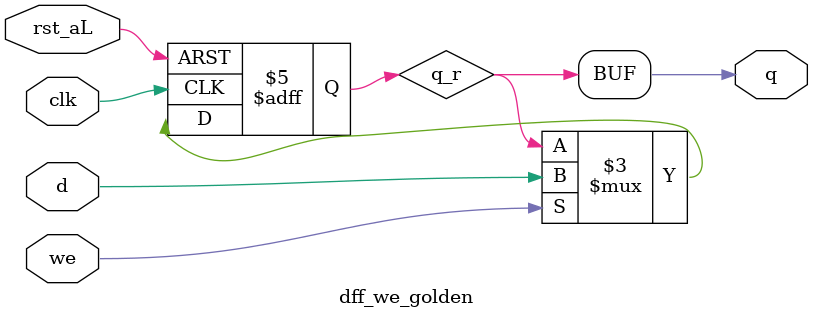
<source format=sv>
module dff_we_golden (
    input logic clk,
    input logic rst_aL,
    input logic we,
    input logic d,
    output logic q
);
    logic q_r;
    always_ff @(posedge clk or negedge rst_aL) begin
        if (!rst_aL) begin
            q_r <= 0;
        end else if (we) begin
            q_r <= d;
        end
    end
    assign q = q_r;
endmodule

</source>
